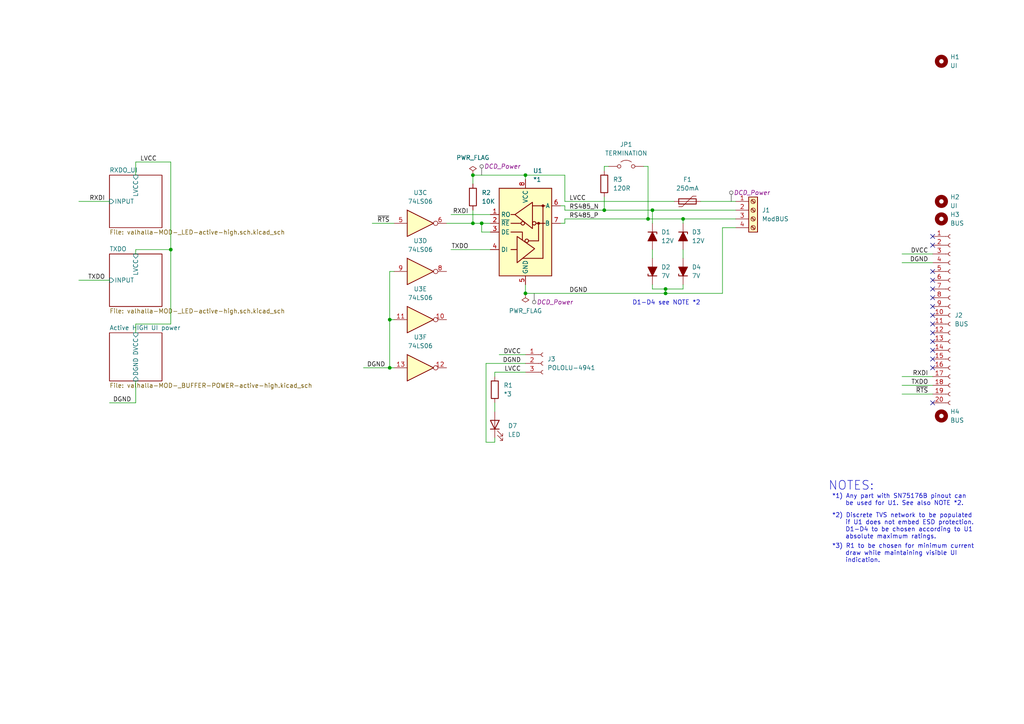
<source format=kicad_sch>
(kicad_sch (version 20231120) (generator "eeschema") (generator_version "8.0")
  (paper "A4")
  (title_block (title "Valhalla MOD RS485 Transceiver") (date "2025-02-02") (rev "1"))
  (lib_symbols
    (symbol "74xx:74LS06" (pin_names (offset 1.016))
      (property "Reference" "U" (at 0 1.27 0))
      (property "Value" "74LS06" (at 0 -1.27 0))
      (symbol "74LS06_1_0"
        (polyline (pts (xy -3.81 3.81) (xy -3.81 -3.81) (xy 3.81 0) (xy -3.81 3.81)) (stroke (width 0.254)) (fill (type background)))
        (pin input line (at -7.62 0 0) (length 3.81) (name "~") (number "1"))
        (pin open_collector inverted (at 7.62 0 180) (length 3.81) (name "~") (number "2"))
      )
      (symbol "74LS06_2_0"
        (polyline (pts (xy -3.81 3.81) (xy -3.81 -3.81) (xy 3.81 0) (xy -3.81 3.81)) (stroke (width 0.254)) (fill (type background)))
        (pin input line (at -7.62 0 0) (length 3.81) (name "~") (number "3"))
        (pin open_collector inverted (at 7.62 0 180) (length 3.81) (name "~") (number "4"))
      )
      (symbol "74LS06_3_0"
        (polyline (pts (xy -3.81 3.81) (xy -3.81 -3.81) (xy 3.81 0) (xy -3.81 3.81)) (stroke (width 0.254)) (fill (type background)))
        (pin input line (at -7.62 0 0) (length 3.81) (name "~") (number "5"))
        (pin open_collector inverted (at 7.62 0 180) (length 3.81) (name "~") (number "6"))
      )
      (symbol "74LS06_4_0"
        (polyline (pts (xy -3.81 3.81) (xy -3.81 -3.81) (xy 3.81 0) (xy -3.81 3.81)) (stroke (width 0.254)) (fill (type background)))
        (pin open_collector inverted (at 7.62 0 180) (length 3.81) (name "~") (number "8"))
        (pin input line (at -7.62 0 0) (length 3.81) (name "~") (number "9"))
      )
      (symbol "74LS06_5_0"
        (polyline (pts (xy -3.81 3.81) (xy -3.81 -3.81) (xy 3.81 0) (xy -3.81 3.81)) (stroke (width 0.254)) (fill (type background)))
        (pin open_collector inverted (at 7.62 0 180) (length 3.81) (name "~") (number "10"))
        (pin input line (at -7.62 0 0) (length 3.81) (name "~") (number "11"))
      )
      (symbol "74LS06_6_0"
        (polyline (pts (xy -3.81 3.81) (xy -3.81 -3.81) (xy 3.81 0) (xy -3.81 3.81)) (stroke (width 0.254)) (fill (type background)))
        (pin open_collector inverted (at 7.62 0 180) (length 3.81) (name "~") (number "12"))
        (pin input line (at -7.62 0 0) (length 3.81) (name "~") (number "13"))
      )
      (symbol "74LS06_7_0"
        (pin power_in line (at 0 12.7 270) (length 5.08) (name "VCC") (number "14"))
        (pin power_in line (at 0 -12.7 90) (length 5.08) (name "GND") (number "7"))
      )
      (symbol "74LS06_7_1"
        (rectangle (start -5.08 7.62) (end 5.08 -7.62) (stroke (width 0.254)) (fill (type background)))
      )
    )
    (symbol "Connector:Conn_01x03_Socket" (pin_names (offset 1.016) hide)
      (property "Reference" "J" (at 0 5.08 0))
      (property "Value" "Conn_01x03_Socket" (at 0 -5.08 0))
      (symbol "Conn_01x03_Socket_1_1"
        (arc (start 0 -2.032) (mid -0.5058 -2.54) (end 0 -3.048) (stroke (width 0.1524)))
        (polyline (pts (xy -1.27 -2.54) (xy -0.508 -2.54)) (stroke (width 0.1524)))
        (polyline (pts (xy -1.27 0) (xy -0.508 0)) (stroke (width 0.1524)))
        (polyline (pts (xy -1.27 2.54) (xy -0.508 2.54)) (stroke (width 0.1524)))
        (arc (start 0 0.508) (mid -0.5058 0) (end 0 -0.508) (stroke (width 0.1524)))
        (arc (start 0 3.048) (mid -0.5058 2.54) (end 0 2.032) (stroke (width 0.1524)))
        (pin passive line (at -5.08 2.54 0) (length 3.81) (name "Pin_1") (number "1"))
        (pin passive line (at -5.08 0 0) (length 3.81) (name "Pin_2") (number "2"))
        (pin passive line (at -5.08 -2.54 0) (length 3.81) (name "Pin_3") (number "3"))
      )
    )
    (symbol "Connector:Conn_01x20_Socket" (pin_names (offset 1.016) hide)
      (property "Reference" "J" (at 0 25.4 0))
      (property "Value" "Conn_01x20_Socket" (at 0 -27.94 0))
      (symbol "Conn_01x20_Socket_1_1"
        (arc (start 0 -24.892) (mid -0.5058 -25.4) (end 0 -25.908) (stroke (width 0.1524)))
        (arc (start 0 -22.352) (mid -0.5058 -22.86) (end 0 -23.368) (stroke (width 0.1524)))
        (arc (start 0 -19.812) (mid -0.5058 -20.32) (end 0 -20.828) (stroke (width 0.1524)))
        (arc (start 0 -17.272) (mid -0.5058 -17.78) (end 0 -18.288) (stroke (width 0.1524)))
        (arc (start 0 -14.732) (mid -0.5058 -15.24) (end 0 -15.748) (stroke (width 0.1524)))
        (arc (start 0 -12.192) (mid -0.5058 -12.7) (end 0 -13.208) (stroke (width 0.1524)))
        (arc (start 0 -9.652) (mid -0.5058 -10.16) (end 0 -10.668) (stroke (width 0.1524)))
        (arc (start 0 -7.112) (mid -0.5058 -7.62) (end 0 -8.128) (stroke (width 0.1524)))
        (arc (start 0 -4.572) (mid -0.5058 -5.08) (end 0 -5.588) (stroke (width 0.1524)))
        (arc (start 0 -2.032) (mid -0.5058 -2.54) (end 0 -3.048) (stroke (width 0.1524)))
        (polyline (pts (xy -1.27 -25.4) (xy -0.508 -25.4)) (stroke (width 0.1524)))
        (polyline (pts (xy -1.27 -22.86) (xy -0.508 -22.86)) (stroke (width 0.1524)))
        (polyline (pts (xy -1.27 -20.32) (xy -0.508 -20.32)) (stroke (width 0.1524)))
        (polyline (pts (xy -1.27 -17.78) (xy -0.508 -17.78)) (stroke (width 0.1524)))
        (polyline (pts (xy -1.27 -15.24) (xy -0.508 -15.24)) (stroke (width 0.1524)))
        (polyline (pts (xy -1.27 -12.7) (xy -0.508 -12.7)) (stroke (width 0.1524)))
        (polyline (pts (xy -1.27 -10.16) (xy -0.508 -10.16)) (stroke (width 0.1524)))
        (polyline (pts (xy -1.27 -7.62) (xy -0.508 -7.62)) (stroke (width 0.1524)))
        (polyline (pts (xy -1.27 -5.08) (xy -0.508 -5.08)) (stroke (width 0.1524)))
        (polyline (pts (xy -1.27 -2.54) (xy -0.508 -2.54)) (stroke (width 0.1524)))
        (polyline (pts (xy -1.27 0) (xy -0.508 0)) (stroke (width 0.1524)))
        (polyline (pts (xy -1.27 2.54) (xy -0.508 2.54)) (stroke (width 0.1524)))
        (polyline (pts (xy -1.27 5.08) (xy -0.508 5.08)) (stroke (width 0.1524)))
        (polyline (pts (xy -1.27 7.62) (xy -0.508 7.62)) (stroke (width 0.1524)))
        (polyline (pts (xy -1.27 10.16) (xy -0.508 10.16)) (stroke (width 0.1524)))
        (polyline (pts (xy -1.27 12.7) (xy -0.508 12.7)) (stroke (width 0.1524)))
        (polyline (pts (xy -1.27 15.24) (xy -0.508 15.24)) (stroke (width 0.1524)))
        (polyline (pts (xy -1.27 17.78) (xy -0.508 17.78)) (stroke (width 0.1524)))
        (polyline (pts (xy -1.27 20.32) (xy -0.508 20.32)) (stroke (width 0.1524)))
        (polyline (pts (xy -1.27 22.86) (xy -0.508 22.86)) (stroke (width 0.1524)))
        (arc (start 0 0.508) (mid -0.5058 0) (end 0 -0.508) (stroke (width 0.1524)))
        (arc (start 0 3.048) (mid -0.5058 2.54) (end 0 2.032) (stroke (width 0.1524)))
        (arc (start 0 5.588) (mid -0.5058 5.08) (end 0 4.572) (stroke (width 0.1524)))
        (arc (start 0 8.128) (mid -0.5058 7.62) (end 0 7.112) (stroke (width 0.1524)))
        (arc (start 0 10.668) (mid -0.5058 10.16) (end 0 9.652) (stroke (width 0.1524)))
        (arc (start 0 13.208) (mid -0.5058 12.7) (end 0 12.192) (stroke (width 0.1524)))
        (arc (start 0 15.748) (mid -0.5058 15.24) (end 0 14.732) (stroke (width 0.1524)))
        (arc (start 0 18.288) (mid -0.5058 17.78) (end 0 17.272) (stroke (width 0.1524)))
        (arc (start 0 20.828) (mid -0.5058 20.32) (end 0 19.812) (stroke (width 0.1524)))
        (arc (start 0 23.368) (mid -0.5058 22.86) (end 0 22.352) (stroke (width 0.1524)))
        (pin passive line (at -5.08 22.86 0) (length 3.81) (name "Pin_1") (number "1"))
        (pin passive line (at -5.08 0 0) (length 3.81) (name "Pin_10") (number "10"))
        (pin passive line (at -5.08 -2.54 0) (length 3.81) (name "Pin_11") (number "11"))
        (pin passive line (at -5.08 -5.08 0) (length 3.81) (name "Pin_12") (number "12"))
        (pin passive line (at -5.08 -7.62 0) (length 3.81) (name "Pin_13") (number "13"))
        (pin passive line (at -5.08 -10.16 0) (length 3.81) (name "Pin_14") (number "14"))
        (pin passive line (at -5.08 -12.7 0) (length 3.81) (name "Pin_15") (number "15"))
        (pin passive line (at -5.08 -15.24 0) (length 3.81) (name "Pin_16") (number "16"))
        (pin passive line (at -5.08 -17.78 0) (length 3.81) (name "Pin_17") (number "17"))
        (pin passive line (at -5.08 -20.32 0) (length 3.81) (name "Pin_18") (number "18"))
        (pin passive line (at -5.08 -22.86 0) (length 3.81) (name "Pin_19") (number "19"))
        (pin passive line (at -5.08 20.32 0) (length 3.81) (name "Pin_2") (number "2"))
        (pin passive line (at -5.08 -25.4 0) (length 3.81) (name "Pin_20") (number "20"))
        (pin passive line (at -5.08 17.78 0) (length 3.81) (name "Pin_3") (number "3"))
        (pin passive line (at -5.08 15.24 0) (length 3.81) (name "Pin_4") (number "4"))
        (pin passive line (at -5.08 12.7 0) (length 3.81) (name "Pin_5") (number "5"))
        (pin passive line (at -5.08 10.16 0) (length 3.81) (name "Pin_6") (number "6"))
        (pin passive line (at -5.08 7.62 0) (length 3.81) (name "Pin_7") (number "7"))
        (pin passive line (at -5.08 5.08 0) (length 3.81) (name "Pin_8") (number "8"))
        (pin passive line (at -5.08 2.54 0) (length 3.81) (name "Pin_9") (number "9"))
      )
    )
    (symbol "Connector:Screw_Terminal_01x04" (pin_names (offset 1.016) hide)
      (property "Reference" "J" (at 0 5.08 0))
      (property "Value" "Screw_Terminal_01x04" (at 0 -7.62 0))
      (symbol "Screw_Terminal_01x04_1_1"
        (rectangle (start -1.27 3.81) (end 1.27 -6.35) (stroke (width 0.254)) (fill (type background)))
        (circle (center 0 -5.08) (radius 0.635) (stroke (width 0.1524)))
        (circle (center 0 -2.54) (radius 0.635) (stroke (width 0.1524)))
        (polyline (pts (xy -0.5334 -4.7498) (xy 0.3302 -5.588)) (stroke (width 0.1524)))
        (polyline (pts (xy -0.5334 -2.2098) (xy 0.3302 -3.048)) (stroke (width 0.1524)))
        (polyline (pts (xy -0.5334 0.3302) (xy 0.3302 -0.508)) (stroke (width 0.1524)))
        (polyline (pts (xy -0.5334 2.8702) (xy 0.3302 2.032)) (stroke (width 0.1524)))
        (polyline (pts (xy -0.3556 -4.572) (xy 0.508 -5.4102)) (stroke (width 0.1524)))
        (polyline (pts (xy -0.3556 -2.032) (xy 0.508 -2.8702)) (stroke (width 0.1524)))
        (polyline (pts (xy -0.3556 0.508) (xy 0.508 -0.3302)) (stroke (width 0.1524)))
        (polyline (pts (xy -0.3556 3.048) (xy 0.508 2.2098)) (stroke (width 0.1524)))
        (circle (center 0 0) (radius 0.635) (stroke (width 0.1524)))
        (circle (center 0 2.54) (radius 0.635) (stroke (width 0.1524)))
        (pin passive line (at -5.08 2.54 0) (length 3.81) (name "Pin_1") (number "1"))
        (pin passive line (at -5.08 0 0) (length 3.81) (name "Pin_2") (number "2"))
        (pin passive line (at -5.08 -2.54 0) (length 3.81) (name "Pin_3") (number "3"))
        (pin passive line (at -5.08 -5.08 0) (length 3.81) (name "Pin_4") (number "4"))
      )
    )
    (symbol "Device:D_Zener_Filled" (pin_numbers hide) (pin_names (offset 1.016) hide)
      (property "Reference" "D" (at 0 2.54 0))
      (property "Value" "D_Zener_Filled" (at 0 -2.54 0))
      (symbol "D_Zener_Filled_0_1"
        (polyline (pts (xy 1.27 0) (xy -1.27 0)))
        (polyline (pts (xy -1.27 -1.27) (xy -1.27 1.27) (xy -0.762 1.27)) (stroke (width 0.254)))
        (polyline (pts (xy 1.27 -1.27) (xy 1.27 1.27) (xy -1.27 0) (xy 1.27 -1.27)) (stroke (width 0.254)) (fill (type outline)))
      )
      (symbol "D_Zener_Filled_1_1"
        (pin passive line (at -3.81 0 0) (length 2.54) (name "K") (number "1"))
        (pin passive line (at 3.81 0 180) (length 2.54) (name "A") (number "2"))
      )
    )
    (symbol "Device:LED" (pin_numbers hide) (pin_names (offset 1.016) hide)
      (property "Reference" "D" (at 0 2.54 0))
      (property "Value" "LED" (at 0 -2.54 0))
      (symbol "LED_0_1"
        (polyline (pts (xy -1.27 -1.27) (xy -1.27 1.27)) (stroke (width 0.254)))
        (polyline (pts (xy -1.27 0) (xy 1.27 0)))
        (polyline (pts (xy 1.27 -1.27) (xy 1.27 1.27) (xy -1.27 0) (xy 1.27 -1.27)) (stroke (width 0.254)))
        (polyline (pts (xy -3.048 -0.762) (xy -4.572 -2.286) (xy -3.81 -2.286) (xy -4.572 -2.286) (xy -4.572 -1.524)))
        (polyline (pts (xy -1.778 -0.762) (xy -3.302 -2.286) (xy -2.54 -2.286) (xy -3.302 -2.286) (xy -3.302 -1.524)))
      )
      (symbol "LED_1_1"
        (pin passive line (at -3.81 0 0) (length 2.54) (name "K") (number "1"))
        (pin passive line (at 3.81 0 180) (length 2.54) (name "A") (number "2"))
      )
    )
    (symbol "Device:Polyfuse" (pin_numbers hide) (pin_names (offset 0))
      (property "Reference" "F" (at -2.54 0 90))
      (property "Value" "Polyfuse" (at 2.54 0 90))
      (symbol "Polyfuse_0_1"
        (rectangle (start -0.762 2.54) (end 0.762 -2.54) (stroke (width 0.254)))
        (polyline (pts (xy 0 2.54) (xy 0 -2.54)))
        (polyline (pts (xy -1.524 2.54) (xy -1.524 1.524) (xy 1.524 -1.524) (xy 1.524 -2.54)))
      )
      (symbol "Polyfuse_1_1"
        (pin passive line (at 0 3.81 270) (length 1.27) (name "~") (number "1"))
        (pin passive line (at 0 -3.81 90) (length 1.27) (name "~") (number "2"))
      )
    )
    (symbol "Device:R" (pin_numbers hide) (pin_names (offset 0))
      (property "Reference" "R" (at 2.032 0 90))
      (property "Value" "R" (at 0 0 90))
      (symbol "R_0_1"
        (rectangle (start -1.016 -2.54) (end 1.016 2.54) (stroke (width 0.254)))
      )
      (symbol "R_1_1"
        (pin passive line (at 0 3.81 270) (length 1.27) (name "~") (number "1"))
        (pin passive line (at 0 -3.81 90) (length 1.27) (name "~") (number "2"))
      )
    )
    (symbol "Interface_UART:MAX3483"
      (property "Reference" "U" (at -6.096 11.43 0))
      (property "Value" "MAX3483" (at 0.762 11.43 0))
      (symbol "MAX3483_0_1"
        (rectangle (start -7.62 12.7) (end 7.62 -12.7) (stroke (width 0.254)) (fill (type background)))
        (polyline (pts (xy -4.191 2.54) (xy -1.27 2.54)) (stroke (width 0.254)))
        (polyline (pts (xy -2.54 -5.08) (xy -4.191 -5.08)) (stroke (width 0.254)))
        (polyline (pts (xy -0.635 -7.62) (xy 5.08 -7.62)) (stroke (width 0.254)))
        (polyline (pts (xy 0.889 -2.54) (xy 3.81 -2.54)) (stroke (width 0.254)))
        (polyline (pts (xy 2.032 7.62) (xy 5.715 7.62)) (stroke (width 0.254)))
        (polyline (pts (xy 3.048 2.54) (xy 5.715 2.54)) (stroke (width 0.254)))
        (polyline (pts (xy 3.81 -2.54) (xy 3.81 2.54)) (stroke (width 0.254)))
        (polyline (pts (xy 5.08 -7.62) (xy 5.08 7.62)) (stroke (width 0.254)))
        (polyline (pts (xy -4.191 0) (xy -0.889 0) (xy -0.889 -2.286)) (stroke (width 0.254)))
        (polyline (pts (xy -3.175 5.08) (xy -4.191 5.08) (xy -4.064 5.08)) (stroke (width 0.254)))
        (polyline (pts (xy -2.413 -5.08) (xy -2.413 -1.27) (xy 2.667 -4.826) (xy -2.413 -8.89) (xy -2.413 -5.08)) (stroke (width 0.254)))
        (circle (center 0.381 -2.54) (radius 0.508) (stroke (width 0.254)))
        (circle (center 3.81 2.54) (radius 0.2794) (stroke (width 0.254)) (fill (type outline)))
      )
      (symbol "MAX3483_1_1"
        (circle (center -0.762 2.54) (radius 0.508) (stroke (width 0.254)))
        (polyline (pts (xy 2.032 4.826) (xy 2.032 8.636) (xy -3.048 5.08) (xy 2.032 1.016) (xy 2.032 4.826)) (stroke (width 0.254)))
        (circle (center 2.54 2.54) (radius 0.508) (stroke (width 0.254)))
        (circle (center 5.08 7.62) (radius 0.2794) (stroke (width 0.254)) (fill (type outline)))
        (pin output line (at -10.16 5.08 0) (length 2.54) (name "RO") (number "1"))
        (pin input line (at -10.16 2.54 0) (length 2.54) (name "~{RE}") (number "2"))
        (pin input line (at -10.16 0 0) (length 2.54) (name "DE") (number "3"))
        (pin input line (at -10.16 -5.08 0) (length 2.54) (name "DI") (number "4"))
        (pin power_in line (at 0 -15.24 90) (length 2.54) (name "GND") (number "5"))
        (pin bidirectional line (at 10.16 7.62 180) (length 2.54) (name "A") (number "6"))
        (pin bidirectional line (at 10.16 2.54 180) (length 2.54) (name "B") (number "7"))
        (pin power_in line (at 0 15.24 270) (length 2.54) (name "VCC") (number "8"))
      )
    )
    (symbol "Jumper:Jumper_2_Open" (pin_numbers hide) (pin_names (offset 0) hide) (exclude_from_sim yes)
      (property "Reference" "JP" (at 0 2.794 0))
      (property "Value" "Jumper_2_Open" (at 0 -2.286 0))
      (symbol "Jumper_2_Open_0_0"
        (circle (center -2.032 0) (radius 0.508))
        (circle (center 2.032 0) (radius 0.508))
      )
      (symbol "Jumper_2_Open_0_1"
        (arc (start 1.524 1.27) (mid 0 1.778) (end -1.524 1.27))
      )
      (symbol "Jumper_2_Open_1_1"
        (pin passive line (at -5.08 0 0) (length 2.54) (name "A") (number "1"))
        (pin passive line (at 5.08 0 180) (length 2.54) (name "B") (number "2"))
      )
    )
    (symbol "Mechanical:MountingHole" (pin_names (offset 1.016)) (exclude_from_sim yes) (in_bom no)
      (property "Reference" "H" (at 0 5.08 0))
      (property "Value" "MountingHole" (at 0 3.175 0))
      (symbol "MountingHole_0_1"
        (circle (center 0 0) (radius 1.27) (stroke (width 1.27)))
      )
    )
    (symbol "power:PWR_FLAG" (power) (pin_numbers hide) (pin_names (offset 0) hide)
      (property "Value" "PWR_FLAG" (at 0 3.81 0))
      (symbol "PWR_FLAG_0_0"
        (pin power_out line (at 0 0 90) (length 0) (name "~") (number "1"))
      )
      (symbol "PWR_FLAG_0_1"
        (polyline (pts (xy 0 0) (xy 0 1.27) (xy -1.016 1.905) (xy 0 2.54) (xy 1.016 1.905) (xy 0 1.27)))
      )
    )
  )
  (junction (at 152.4 50.8))
  (junction (at 113.03 92.71))
  (junction (at 187.96 63.5))
  (junction (at 137.16 64.77))
  (junction (at 198.12 63.5))
  (junction (at 193.04 83.82))
  (junction (at 189.23 60.96))
  (junction (at 152.4 85.09))
  (junction (at 137.16 50.8))
  (junction (at 49.53 72.39))
  (junction (at 175.26 60.96))
  (junction (at 113.03 106.68))
  (junction (at 193.04 85.09))
  (junction (at 139.7 64.77))
  (no_connect (at 270.51 88.9))
  (no_connect (at 270.51 99.06))
  (no_connect (at 270.51 83.82))
  (no_connect (at 270.51 78.74))
  (no_connect (at 270.51 96.52))
  (no_connect (at 270.51 104.14))
  (no_connect (at 270.51 91.44))
  (no_connect (at 270.51 68.58))
  (no_connect (at 270.51 81.28))
  (no_connect (at 270.51 71.12))
  (no_connect (at 270.51 116.84))
  (no_connect (at 270.51 93.98))
  (no_connect (at 270.51 86.36))
  (no_connect (at 270.51 106.68))
  (no_connect (at 270.51 101.6))
  (wire (pts (xy 129.54 64.77) (xy 137.16 64.77)))
  (wire (pts (xy 114.3 78.74) (xy 113.03 78.74)))
  (wire (pts (xy 198.12 72.39) (xy 198.12 74.93)))
  (wire (pts (xy 39.37 50.8) (xy 39.37 46.99)))
  (wire (pts (xy 193.04 83.82) (xy 193.04 85.09)))
  (wire (pts (xy 261.62 114.3) (xy 270.51 114.3)))
  (wire (pts (xy 144.78 102.87) (xy 152.4 102.87)))
  (wire (pts (xy 39.37 72.39) (xy 39.37 73.66)))
  (wire (pts (xy 186.69 48.26) (xy 187.96 48.26)))
  (wire (pts (xy 113.03 92.71) (xy 114.3 92.71)))
  (wire (pts (xy 137.16 50.8) (xy 152.4 50.8)))
  (wire (pts (xy 140.97 105.41) (xy 140.97 128.27)))
  (wire (pts (xy 152.4 82.55) (xy 152.4 85.09)))
  (wire (pts (xy 137.16 53.34) (xy 137.16 50.8)))
  (wire (pts (xy 39.37 110.49) (xy 39.37 116.84)))
  (wire (pts (xy 209.55 66.04) (xy 213.36 66.04)))
  (wire (pts (xy 189.23 72.39) (xy 189.23 74.93)))
  (wire (pts (xy 39.37 46.99) (xy 49.53 46.99)))
  (wire (pts (xy 189.23 83.82) (xy 193.04 83.82)))
  (wire (pts (xy 143.51 116.84) (xy 143.51 119.38)))
  (wire (pts (xy 143.51 128.27) (xy 143.51 127)))
  (wire (pts (xy 189.23 82.55) (xy 189.23 83.82)))
  (wire (pts (xy 175.26 48.26) (xy 176.53 48.26)))
  (wire (pts (xy 209.55 85.09) (xy 193.04 85.09)))
  (wire (pts (xy 130.81 62.23) (xy 142.24 62.23)))
  (wire (pts (xy 31.75 116.84) (xy 39.37 116.84)))
  (wire (pts (xy 175.26 49.53) (xy 175.26 48.26)))
  (wire (pts (xy 137.16 60.96) (xy 137.16 64.77)))
  (wire (pts (xy 193.04 83.82) (xy 198.12 83.82)))
  (wire (pts (xy 140.97 105.41) (xy 152.4 105.41)))
  (wire (pts (xy 143.51 107.95) (xy 152.4 107.95)))
  (wire (pts (xy 163.83 50.8) (xy 163.83 58.42)))
  (wire (pts (xy 139.7 67.31) (xy 142.24 67.31)))
  (wire (pts (xy 261.62 111.76) (xy 270.51 111.76)))
  (wire (pts (xy 189.23 60.96) (xy 213.36 60.96)))
  (wire (pts (xy 49.53 93.98) (xy 49.53 72.39)))
  (wire (pts (xy 139.7 64.77) (xy 139.7 67.31)))
  (wire (pts (xy 261.62 73.66) (xy 270.51 73.66)))
  (wire (pts (xy 175.26 60.96) (xy 189.23 60.96)))
  (wire (pts (xy 187.96 48.26) (xy 187.96 63.5)))
  (wire (pts (xy 163.83 60.96) (xy 175.26 60.96)))
  (wire (pts (xy 152.4 85.09) (xy 193.04 85.09)))
  (wire (pts (xy 31.75 58.42) (xy 22.86 58.42)))
  (wire (pts (xy 130.81 72.39) (xy 142.24 72.39)))
  (wire (pts (xy 139.7 64.77) (xy 142.24 64.77)))
  (wire (pts (xy 114.3 106.68) (xy 113.03 106.68)))
  (wire (pts (xy 163.83 59.69) (xy 163.83 60.96)))
  (wire (pts (xy 22.86 81.28) (xy 31.75 81.28)))
  (wire (pts (xy 152.4 50.8) (xy 152.4 52.07)))
  (wire (pts (xy 187.96 63.5) (xy 198.12 63.5)))
  (wire (pts (xy 198.12 83.82) (xy 198.12 82.55)))
  (wire (pts (xy 261.62 76.2) (xy 270.51 76.2)))
  (wire (pts (xy 209.55 66.04) (xy 209.55 85.09)))
  (wire (pts (xy 152.4 50.8) (xy 163.83 50.8)))
  (wire (pts (xy 39.37 93.98) (xy 49.53 93.98)))
  (wire (pts (xy 163.83 58.42) (xy 195.58 58.42)))
  (wire (pts (xy 107.95 64.77) (xy 114.3 64.77)))
  (wire (pts (xy 163.83 63.5) (xy 187.96 63.5)))
  (wire (pts (xy 189.23 60.96) (xy 189.23 64.77)))
  (wire (pts (xy 162.56 64.77) (xy 163.83 64.77)))
  (wire (pts (xy 113.03 78.74) (xy 113.03 92.71)))
  (wire (pts (xy 261.62 109.22) (xy 270.51 109.22)))
  (wire (pts (xy 143.51 107.95) (xy 143.51 109.22)))
  (wire (pts (xy 163.83 64.77) (xy 163.83 63.5)))
  (wire (pts (xy 198.12 63.5) (xy 198.12 64.77)))
  (wire (pts (xy 163.83 59.69) (xy 162.56 59.69)))
  (wire (pts (xy 113.03 106.68) (xy 113.03 92.71)))
  (wire (pts (xy 49.53 72.39) (xy 39.37 72.39)))
  (wire (pts (xy 39.37 96.52) (xy 39.37 93.98)))
  (wire (pts (xy 105.41 106.68) (xy 113.03 106.68)))
  (wire (pts (xy 140.97 128.27) (xy 143.51 128.27)))
  (wire (pts (xy 49.53 46.99) (xy 49.53 72.39)))
  (wire (pts (xy 203.2 58.42) (xy 213.36 58.42)))
  (wire (pts (xy 137.16 64.77) (xy 139.7 64.77)))
  (wire (pts (xy 198.12 63.5) (xy 213.36 63.5)))
  (wire (pts (xy 175.26 57.15) (xy 175.26 60.96)))
  (text "*2) Discrete TVS network to be populated\n    if U1 does not embed ESD protection.\n    D1-D4 to be chosen according to U1\n    absolute maximum ratings." (at 241.3 152.654 0) (effects (font (size 1.27 1.27)) (justify left)))
  (text "*3) R1 to be chosen for minimum current\n    draw while maintaining visible UI\n    indication." (at 241.3 160.528 0) (effects (font (size 1.27 1.27)) (justify left)))
  (text "*1) Any part with SN75176B pinout can\n    be used for U1. See also NOTE *2." (at 241.3 145.034 0) (effects (font (size 1.27 1.27)) (justify left)))
  (text "D1-D4 see NOTE *2" (at 183.388 87.884 0) (effects (font (size 1.27 1.27)) (justify left)))
  (text "NOTES:" (at 246.888 140.97 0) (effects (font (size 2.54 2.54))))
  (label "RXDI" (at 269.24 109.22 180))
  (label "TXDO" (at 269.24 111.76 180))
  (label "DGND" (at 38.1 116.84 180))
  (label "LVCC" (at 40.64 46.99 0))
  (label "~{RTS}" (at 113.03 64.77 180))
  (label "RXDI" (at 135.89 62.23 180))
  (label "DGND" (at 151.13 105.41 180))
  (label "DVCC" (at 151.13 102.87 180))
  (label "~{RTS}" (at 269.24 114.3 180))
  (label "TXDO" (at 135.89 72.39 180))
  (label "RS485_N" (at 165.1 60.96 0))
  (label "DGND" (at 269.24 76.2 180))
  (label "RS485_P" (at 165.1 63.5 0))
  (label "TXDO" (at 30.48 81.28 180))
  (label "LVCC" (at 151.13 107.95 180))
  (label "DGND" (at 111.76 106.68 180))
  (label "DGND" (at 165.1 85.09 0))
  (label "LVCC" (at 165.1 58.42 0))
  (label "RXDI" (at 30.48 58.42 180))
  (label "DVCC" (at 269.24 73.66 180))
  (netclass_flag "" (length 2.54) (shape round) (at 154.94 85.09 180) (property "Netclass" "DCD_Power" (at 155.6385 87.63 0) (effects (font (italic yes)) (justify left))))
  (netclass_flag "" (length 2.54) (shape round) (at 139.7 50.8 0) (property "Netclass" "DCD_Power" (at 140.3985 48.26 0) (effects (font (italic yes)) (justify left))))
  (netclass_flag "" (length 2.54) (shape round) (at 212.09 58.42 0) (property "Netclass" "DCD_Power" (at 212.7885 55.88 0) (effects (font (italic yes)) (justify left))))
  (symbol (lib_id "Mechanical:MountingHole") (at 273.05 120.65 0) (unit 1) (exclude_from_sim yes) (in_bom no)
    (property "Reference" "H4" (at 275.59 119.3799 0) (effects (justify left)))
    (property "Value" "BUS" (at 275.59 121.9199 0) (effects (justify left)))
    (property "Footprint" "MountingHole:MountingHole_3.2mm_M3_ISO7380" (effects (hide yes)))
    (property "Description" "Mounting Hole without connection" (effects (hide yes)))
  )
  (symbol (lib_id "Interface_UART:MAX3483") (at 152.4 67.31 0) (unit 1)
    (property "Reference" "U1" (at 154.5941 49.53 0) (effects (justify left)))
    (property "Value" "*1" (at 154.5941 52.07 0) (effects (justify left)))
    (property "Footprint" "Package_DIP:DIP-8_W7.62mm" (effects (hide yes)))
    (property "Datasheet" "https://datasheets.maximintegrated.com/en/ds/MAX3483-MAX3491.pdf" (effects (hide yes)))
    (property "Description" "True RS-485/RS-422, 0.25Mbps, Slew-Rate Limited, with low-power shutdown, with receiver/driver enable, 32 receiver drive capacitity, DIP-8 and SOIC-8" (effects (hide yes)))
  )
  (symbol (lib_id "74xx:74LS06") (at 121.92 78.74 0) (unit 4)
    (property "Reference" "U3" (at 121.92 69.85 0))
    (property "Value" "74LS06" (at 121.92 72.39 0))
    (property "Footprint" "Package_DIP:DIP-14_W7.62mm" (effects (hide yes)))
    (property "Datasheet" "http://www.ti.com/lit/gpn/sn74LS06" (effects (hide yes)))
    (property "Description" "Inverter Open Collect" (effects (hide yes)))
  )
  (symbol (lib_id "Device:R") (at 143.51 113.03 0) (unit 1)
    (property "Reference" "R1" (at 146.05 111.7599 0) (effects (justify left)))
    (property "Value" "*3" (at 146.05 114.2999 0) (effects (justify left)))
    (property "Footprint" "Resistor_THT:R_Axial_DIN0207_L6.3mm_D2.5mm_P5.08mm_Vertical" (effects (hide yes)))
    (property "Description" "Resistor" (effects (hide yes)))
  )
  (symbol (lib_id "power:PWR_FLAG") (at 137.16 50.8 0) (unit 1)
    (property "Reference" "#FLG02" (effects (hide yes)))
    (property "Value" "PWR_FLAG" (at 137.16 45.72 0))
    (property "Description" "Special symbol for telling ERC where power comes from" (effects (hide yes)))
  )
  (symbol (lib_id "Device:R") (at 137.16 57.15 0) (unit 1)
    (property "Reference" "R2" (at 139.7 55.8799 0) (effects (justify left)))
    (property "Value" "10K" (at 139.7 58.4199 0) (effects (justify left)))
    (property "Footprint" "Resistor_THT:R_Axial_DIN0207_L6.3mm_D2.5mm_P5.08mm_Vertical" (effects (hide yes)))
    (property "Description" "Resistor" (effects (hide yes)))
  )
  (symbol (lib_id "Device:Polyfuse") (at 199.39 58.42 90) (unit 1)
    (property "Reference" "F1" (at 199.39 52.07 90))
    (property "Value" "250mA" (at 199.39 54.61 90))
    (property "Footprint" "Capacitor_THT:C_Disc_D7.5mm_W4.4mm_P5.00mm" (effects (hide yes)))
    (property "Description" "Resettable fuse, polymeric positive temperature coefficient" (effects (hide yes)))
  )
  (symbol (lib_id "Device:D_Zener_Filled") (at 198.12 68.58 270) (unit 1)
    (property "Reference" "D3" (at 200.66 67.3099 90) (effects (justify left)))
    (property "Value" "12V" (at 200.66 69.8499 90) (effects (justify left)))
    (property "Footprint" "Diode_THT:D_DO-41_SOD81_P10.16mm_Horizontal" (effects (hide yes)))
    (property "Description" "Zener diode, filled shape" (effects (hide yes)))
  )
  (symbol (lib_id "Device:D_Zener_Filled") (at 198.12 78.74 90) (unit 1)
    (property "Reference" "D4" (at 200.66 77.4699 90) (effects (justify right)))
    (property "Value" "7V" (at 200.66 80.0099 90) (effects (justify right)))
    (property "Footprint" "Diode_THT:D_DO-41_SOD81_P10.16mm_Horizontal" (effects (hide yes)))
    (property "Description" "Zener diode, filled shape" (effects (hide yes)))
  )
  (symbol (lib_id "Mechanical:MountingHole") (at 273.05 58.42 0) (unit 1) (exclude_from_sim yes) (in_bom no)
    (property "Reference" "H2" (at 275.59 57.1499 0) (effects (justify left)))
    (property "Value" "UI" (at 275.59 59.6899 0) (effects (justify left)))
    (property "Footprint" "MountingHole:MountingHole_3.2mm_M3_ISO7380" (effects (hide yes)))
    (property "Description" "Mounting Hole without connection" (effects (hide yes)))
  )
  (symbol (lib_id "74xx:74LS06") (at 121.92 64.77 0) (unit 3)
    (property "Reference" "U3" (at 121.92 55.88 0))
    (property "Value" "74LS06" (at 121.92 58.42 0))
    (property "Footprint" "Package_DIP:DIP-14_W7.62mm" (effects (hide yes)))
    (property "Datasheet" "http://www.ti.com/lit/gpn/sn74LS06" (effects (hide yes)))
    (property "Description" "Inverter Open Collect" (effects (hide yes)))
  )
  (symbol (lib_id "74xx:74LS06") (at 121.92 92.71 0) (unit 5)
    (property "Reference" "U3" (at 121.92 83.82 0))
    (property "Value" "74LS06" (at 121.92 86.36 0))
    (property "Footprint" "Package_DIP:DIP-14_W7.62mm" (effects (hide yes)))
    (property "Datasheet" "http://www.ti.com/lit/gpn/sn74LS06" (effects (hide yes)))
    (property "Description" "Inverter Open Collect" (effects (hide yes)))
  )
  (symbol (lib_id "74xx:74LS06") (at 121.92 106.68 0) (unit 6)
    (property "Reference" "U3" (at 121.92 97.79 0))
    (property "Value" "74LS06" (at 121.92 100.33 0))
    (property "Footprint" "Package_DIP:DIP-14_W7.62mm" (effects (hide yes)))
    (property "Datasheet" "http://www.ti.com/lit/gpn/sn74LS06" (effects (hide yes)))
    (property "Description" "Inverter Open Collect" (effects (hide yes)))
  )
  (symbol (lib_id "Jumper:Jumper_2_Open") (at 181.61 48.26 0) (unit 1) (exclude_from_sim yes)
    (property "Reference" "JP1" (at 181.61 41.91 0))
    (property "Value" "TERMINATION" (at 181.61 44.45 0))
    (property "Footprint" "Connector_PinHeader_2.54mm:PinHeader_1x02_P2.54mm_Vertical" (effects (hide yes)))
    (property "Description" "Jumper, 2-pole, open" (effects (hide yes)))
  )
  (symbol (lib_id "Device:R") (at 175.26 53.34 0) (unit 1)
    (property "Reference" "R3" (at 177.8 52.0699 0) (effects (justify left)))
    (property "Value" "120R" (at 177.8 54.6099 0) (effects (justify left)))
    (property "Footprint" "Resistor_THT:R_Axial_DIN0207_L6.3mm_D2.5mm_P5.08mm_Vertical" (effects (hide yes)))
    (property "Description" "Resistor" (effects (hide yes)))
  )
  (symbol (lib_id "Mechanical:MountingHole") (at 273.05 17.78 0) (unit 1) (exclude_from_sim yes) (in_bom no)
    (property "Reference" "H1" (at 275.59 16.5099 0) (effects (justify left)))
    (property "Value" "UI" (at 275.59 19.0499 0) (effects (justify left)))
    (property "Footprint" "MountingHole:MountingHole_3.2mm_M3_ISO7380" (effects (hide yes)))
    (property "Description" "Mounting Hole without connection" (effects (hide yes)))
  )
  (symbol (lib_id "power:PWR_FLAG") (at 152.4 85.09 180) (unit 1)
    (property "Reference" "#FLG01" (effects (hide yes)))
    (property "Value" "PWR_FLAG" (at 152.4 90.17 0))
    (property "Description" "Special symbol for telling ERC where power comes from" (effects (hide yes)))
  )
  (symbol (lib_id "Connector:Conn_01x03_Socket") (at 157.48 105.41 0) (unit 1)
    (property "Reference" "J3" (at 158.75 104.1399 0) (effects (justify left)))
    (property "Value" "POLOLU-4941" (at 158.75 106.6799 0) (effects (justify left)))
    (property "Footprint" "Connector_PinSocket_2.54mm:PinSocket_1x03_P2.54mm_Horizontal" (effects (hide yes)))
    (property "Description" "Generic connector, single row, 01x03, script generated" (effects (hide yes)))
  )
  (symbol (lib_id "Device:D_Zener_Filled") (at 189.23 68.58 270) (unit 1)
    (property "Reference" "D1" (at 191.77 67.3099 90) (effects (justify left)))
    (property "Value" "12V" (at 191.77 69.8499 90) (effects (justify left)))
    (property "Footprint" "Diode_THT:D_DO-41_SOD81_P10.16mm_Horizontal" (effects (hide yes)))
    (property "Description" "Zener diode, filled shape" (effects (hide yes)))
  )
  (symbol (lib_id "Device:D_Zener_Filled") (at 189.23 78.74 90) (unit 1)
    (property "Reference" "D2" (at 191.77 77.4699 90) (effects (justify right)))
    (property "Value" "7V" (at 191.77 80.0099 90) (effects (justify right)))
    (property "Footprint" "Diode_THT:D_DO-41_SOD81_P10.16mm_Horizontal" (effects (hide yes)))
    (property "Description" "Zener diode, filled shape" (effects (hide yes)))
  )
  (symbol (lib_id "Mechanical:MountingHole") (at 273.05 63.5 0) (unit 1) (exclude_from_sim yes) (in_bom no)
    (property "Reference" "H3" (at 275.59 62.2299 0) (effects (justify left)))
    (property "Value" "BUS" (at 275.59 64.7699 0) (effects (justify left)))
    (property "Footprint" "MountingHole:MountingHole_3.2mm_M3_ISO7380" (effects (hide yes)))
    (property "Description" "Mounting Hole without connection" (effects (hide yes)))
  )
  (symbol (lib_id "Connector:Conn_01x20_Socket") (at 275.59 91.44 0) (unit 1)
    (property "Reference" "J2" (at 276.86 91.4399 0) (effects (justify left)))
    (property "Value" "BUS" (at 276.86 93.9799 0) (effects (justify left)))
    (property "Footprint" "Connector_PinSocket_2.54mm:PinSocket_2x10_P2.54mm_Vertical" (effects (hide yes)))
    (property "Description" "Generic connector, single row, 01x20, script generated" (effects (hide yes)))
  )
  (symbol (lib_id "Device:LED") (at 143.51 123.19 90) (unit 1)
    (property "Reference" "D7" (at 147.32 123.5074 90) (effects (justify right)))
    (property "Value" "LED" (at 147.32 126.0474 90) (effects (justify right)))
    (property "Footprint" "LED_THT:LED_D3.0mm_Horizontal_O1.27mm_Z2.0mm" (effects (hide yes)))
    (property "Description" "Light emitting diode" (effects (hide yes)))
  )
  (symbol (lib_id "Connector:Screw_Terminal_01x04") (at 218.44 60.96 0) (unit 1)
    (property "Reference" "J1" (at 220.98 60.9599 0) (effects (justify left)))
    (property "Value" "ModBUS" (at 220.98 63.4999 0) (effects (justify left)))
    (property "Footprint" "TerminalBlock_Phoenix:TerminalBlock_Phoenix_MKDS-3-4-5.08_1x04_P5.08mm_Horizontal" (effects (hide yes)))
    (property "Description" "Generic screw terminal, single row, 01x04, script generated (kicad-library-utils/schlib/autogen/connector/)" (effects (hide yes)))
  )
  (sheet (at 31.75 96.52) (size 15.24 13.97) (stroke (width 0.1524))
    (property "Sheetname" "Active HIGH UI power" (at 31.75 95.8084 0) (effects (justify left bottom)))
    (property "Sheetfile" "valhalla-MOD-_BUFFER-POWER-active-high.kicad_sch" (at 31.75 111.0746 0) (effects (justify left top)))
    (pin "DVCC" input (at 39.37 96.52 90))
    (pin "DGND" input (at 39.37 110.49 270))
  )
  (sheet (at 31.75 50.8) (size 15.24 15.24) (stroke (width 0.1524))
    (property "Sheetname" "RXDO_UI" (at 31.75 50.0884 0) (effects (justify left bottom)))
    (property "Sheetfile" "valhalla-MOD-_LED-active-high.sch.kicad_sch" (at 31.75 66.6246 0) (effects (justify left top)))
    (pin "INPUT" input (at 31.75 58.42 180))
    (pin "LVCC" input (at 39.37 50.8 90))
  )
  (sheet (at 31.75 73.66) (size 15.24 15.24) (stroke (width 0.1524))
    (property "Sheetname" "TXDO" (at 31.75 72.9484 0) (effects (justify left bottom)))
    (property "Sheetfile" "valhalla-MOD-_LED-active-high.sch.kicad_sch" (at 31.75 89.4846 0) (effects (justify left top)))
    (pin "INPUT" input (at 31.75 81.28 180))
    (pin "LVCC" input (at 39.37 73.66 90))
  )
)
</source>
